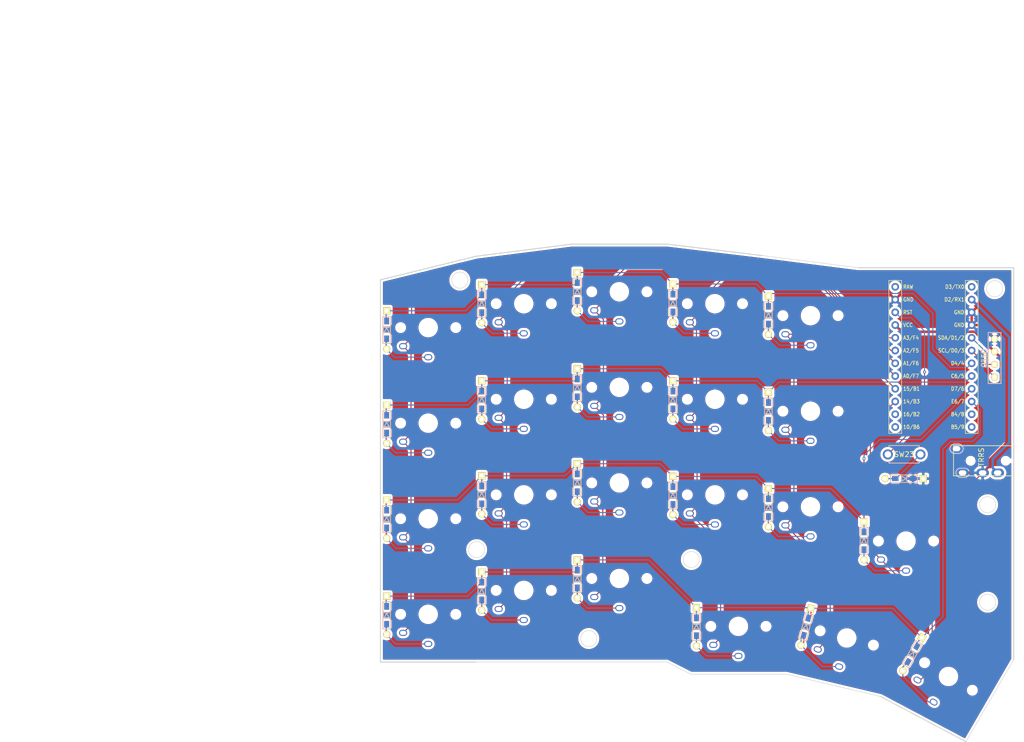
<source format=kicad_pcb>
(kicad_pcb (version 20221018) (generator pcbnew)
  (layers (0 "F.Cu" signal) (31 "B.Cu" signal) (34 "B.Paste" user) (35 "F.Paste" user) (36 "B.SilkS" user "B.Silkscreen") (37 "F.SilkS" user "F.Silkscreen") (38 "B.Mask" user) (39 "F.Mask" user) (44 "Edge.Cuts" user))
  (net 0 "")
  (net 1 "row0")
  (net 2 "Net-(D1-A)")
  (net 3 "Net-(D2-A)")
  (net 4 "Net-(D3-A)")
  (net 5 "Net-(D4-A)")
  (net 6 "Net-(D5-A)")
  (net 7 "row1")
  (net 8 "Net-(D6-A)")
  (net 9 "Net-(D7-A)")
  (net 10 "Net-(D8-A)")
  (net 11 "Net-(D9-A)")
  (net 12 "Net-(D10-A)")
  (net 13 "row2")
  (net 14 "Net-(D11-A)")
  (net 15 "Net-(D12-A)")
  (net 16 "Net-(D13-A)")
  (net 17 "Net-(D14-A)")
  (net 18 "Net-(D15-A)")
  (net 19 "Net-(D16-A)")
  (net 20 "row3")
  (net 21 "Net-(D17-A)")
  (net 22 "Net-(D18-A)")
  (net 23 "Net-(D19-A)")
  (net 24 "Net-(D20-A)")
  (net 25 "Net-(D21-A)")
  (net 26 "Net-(D22-A)")
  (net 27 "GND")
  (net 28 "Net-(D23-A)")
  (net 29 "VCC")
  (net 31 "data")
  (net 32 "sda")
  (net 33 "scl")
  (net 34 "col0")
  (net 35 "col1")
  (net 36 "col2")
  (net 37 "col3")
  (net 38 "col4")
  (net 39 "col5")
  (net 40 "reset")
  (footprint "kbd:D3_TH_SMD" (layer "F.Cu") (at 96.012 60.445 -90)
    (fp_text reference "D2" hide)
    (fp_text value "D" hide)
  )
  (footprint "BrownSugar_KBD:Kailh_Choc_V1" (layer "F.Cu") (at 180.594 107.746412)
    (fp_text reference "SW16")
    (fp_text value "SW_PUSH")
  )
  (footprint "kbd:D3_TH_SMD" (layer "F.Cu") (at 138.811 124.834 -90)
    (fp_text reference "D20" hide)
    (fp_text value "D" hide)
  )
  (footprint "kbd:D3_TH_SMD" (layer "F.Cu") (at 115.062 96.132 -90)
    (fp_text reference "D13" hide)
    (fp_text value "D" hide)
  )
  (footprint "BrownSugar_KBD:Kailh_Choc_V1" (layer "F.Cu") (at 123.444 115.209412)
    (fp_text reference "SW19")
    (fp_text value "SW_PUSH")
  )
  (footprint "kbd:D3_TH_SMD" (layer "F.Cu") (at 134.112 79.622 -90)
    (fp_text reference "D9" hide)
    (fp_text value "D" hide)
  )
  (footprint "BrownSugar_KBD:Kailh_Choc_V1" (layer "F.Cu") (at 161.544 81.870412)
    (fp_text reference "SW10")
    (fp_text value "SW_PUSH")
  )
  (footprint "kbd:D3_TH_SMD" (layer "F.Cu") (at 153.162 81.908 -90)
    (fp_text reference "D10" hide)
    (fp_text value "D" hide)
  )
  (footprint "kbd:D3_TH_SMD" (layer "F.Cu") (at 77.062 103.371 -90)
    (fp_text reference "D11" hide)
    (fp_text value "D" hide)
  )
  (footprint "kbd:D3_TH_SMD" (layer "F.Cu") (at 172.212 107.689 -90)
    (fp_text reference "D16" hide)
    (fp_text value "D" hide)
  )
  (footprint "kbd:D3_TH_SMD" (layer "F.Cu") (at 153.162 101.085 -90)
    (fp_text reference "D15" hide)
    (fp_text value "D" hide)
  )
  (footprint "BrownSugar_KBD:Kailh_Choc_V1" (layer "F.Cu") (at 104.394 98.538412)
    (fp_text reference "SW12")
    (fp_text value "SW_PUSH")
  )
  (footprint "kbd:D3_TH_SMD" (layer "F.Cu") (at 77.062 65.652 -90)
    (fp_text reference "D1" hide)
    (fp_text value "D" hide)
  )
  (footprint "BrownSugar_KBD:Kailh_Choc_V1" (layer "F.Cu") (at 142.494 60.438412)
    (fp_text reference "SW4")
    (fp_text value "SW_PUSH")
  )
  (footprint "BrownSugar_KBD:Kailh_Choc_V1" (layer "F.Cu") (at 85.344 122.351412)
    (fp_text reference "SW17")
    (fp_text value "SW_PUSH")
  )
  (footprint "BrownSugar_KBD:Kailh_Choc_V1" (layer "F.Cu") (at 189.045608 134.74002 -30)
    (fp_text reference "SW22")
    (fp_text value "SW_PUSH")
  )
  (footprint "kbd:D3_TH_SMD" (layer "F.Cu") (at 96.012 79.622 -90)
    (fp_text reference "D7" hide)
    (fp_text value "D" hide)
  )
  (footprint "BrownSugar_KBD:Kailh_Choc_V1" (layer "F.Cu") (at 161.544 62.820412)
    (fp_text reference "SW5")
    (fp_text value "SW_PUSH")
  )
  (footprint "BrownSugar_KBD:Kailh_Choc_V1" (layer "F.Cu") (at 104.394 79.488412)
    (fp_text reference "SW7")
    (fp_text value "SW_PUSH")
  )
  (footprint "kbd:D3_TH_SMD" (layer "F.Cu") (at 115.062 58.032 -90)
    (fp_text reference "D3" hide)
    (fp_text value "D" hide)
  )
  (footprint "BrownSugar_KBD:ProMicro_r" (layer "F.Cu") (at 186.055 69.773412)
    (fp_text reference "U1" hide)
    (fp_text value "ProMicro" hide)
  )
  (footprint "kbd:D3_TH_SMD" (layer "F.Cu") (at 160.655 124.834 -105)
    (fp_text reference "D21" hide)
    (fp_text value "D" hide)
  )
  (footprint "kbd:D3_TH_SMD" (layer "F.Cu") (at 134.112 98.672 -90)
    (fp_text reference "D14" hide)
    (fp_text value "D" hide)
  )
  (footprint "BrownSugar_KBD:Kailh_Choc_V1" (layer "F.Cu") (at 104.394 60.438412)
    (fp_text reference "SW2")
    (fp_text value "SW_PUSH")
  )
  (footprint "BrownSugar_KBD:Kailh_Choc_V1" (layer "F.Cu") (at 104.394 117.588412)
    (fp_text reference "SW18")
    (fp_text value "SW_PUSH")
  )
  (footprint "BrownSugar_KBD:Kailh_Choc_V1" (layer "F.Cu") (at 142.494 79.488412)
    (fp_text reference "SW9")
    (fp_text value "SW_PUSH")
  )
  (footprint "BrownSugar_KBD:Kailh_Choc_V1" (layer "F.Cu") (at 123.444 96.159412)
    (fp_text reference "SW13")
    (fp_text value "SW_PUSH")
  )
  (footprint "kbd:D3_TH_SMD" (layer "F.Cu") (at 96.012 117.722 -90)
    (fp_text reference "D18" hide)
    (fp_text value "D" hide)
  )
  (footprint "kbd:D3_TH_SMD" (layer "F.Cu") (at 77.062 122.548 -90)
    (fp_text reference "D17" hide)
    (fp_text value "D" hide)
  )
  (footprint "BrownSugar_KBD:Kailh_Choc_V1" (layer "F.Cu") (at 85.344 65.201412)
    (fp_text reference "SW1")
    (fp_text value "SW_PUSH")
  )
  (footprint "kbd:D3_TH_SMD" (layer "F.Cu") (at 115.062 115.309 -90)
    (fp_text reference "D19" hide)
    (fp_text value "D" hide)
  )
  (footprint "kbd:D3_TH_SMD" (layer "F.Cu") (at 181.863166 130.295835 -120)
    (fp_text reference "D22" hide)
    (fp_text value "D" hide)
  )
  (footprint "BrownSugar_KBD:Kailh_Choc_V1" (layer "F.Cu") (at 161.544 100.920412)
    (fp_text reference "SW15")
    (fp_text value "SW_PUSH")
  )
  (footprint "kbd:D3_TH_SMD" (layer "F.Cu") (at 115.062 77.209 -90)
    (fp_text reference "D8" hide)
    (fp_text value "D" hide)
  )
  (footprint "kbd:OLED" (layer "F.Cu") (at 198.247 75.074412 90)
    (fp_text reference "OL1")
    (fp_text value "OLED" hide)
  )
  (footprint "BrownSugar_KBD:TRRS_PJ-320A" (layer "F.Cu") (at 202.057 91.744412 -90)
    (fp_text reference "J1")
    (fp_text value "MJ-4PP-9" hide)
  )
  (footprint "kbd:D3_TH_SMD" (layer "F.Cu") (at 96.012 98.545 -90)
    (fp_text reference "D12" hide)
    (fp_text value "D" hide)
  )
  (footprint "kbd:D3_TH_SMD" (layer "F.Cu") (at 134.112 60.318 -90)
    (fp_text reference "D4" hide)
    (fp_text value "D" hide)
  )
  (footprint "kbd:D3_TH_SMD" (layer "F.Cu") (at 180.216 95.300412 180)
    (fp_text reference "D23" hide)
    (fp_text value "D" hide)
  )
  (footprint "BrownSugar_KBD:Kailh_Choc_V1" (layer "F.Cu") (at 123.444 77.109412)
    (fp_text reference "SW8")
    (fp_text value "SW_PUSH")
  )
  (footprint "BrownSugar_KBD:Kailh_Choc_V1" (layer "F.Cu") (at 123.444 58.059412)
    (fp_text reference "SW3")
    (fp_text value "SW_PUSH")
  )
  (footprint "BrownSugar_KBD:Kailh_Choc_V1" (layer "F.Cu") (at 85.344 84.251412)
    (fp_text reference "SW6")
    (fp_text value "SW_PUSH")
  )
  (footprint "BrownSugar_KBD:Kailh_Choc_V1" (layer "F.Cu") (at 168.778808 127.068717 -15)
    (fp_text reference "SW21")
    (fp_text value "SW_PUSH")
  )
  (footprint "BrownSugar_KBD:Kailh_Choc_V1" (layer "F.Cu") (at 142.494 98.538412)
    (fp_text reference "SW14")
    (fp_text value "SW_PUSH")
  )
  (footprint "BrownSugar_KBD:Kailh_Choc_V1" (layer "F.Cu") (at 147.178 124.749412)
    (fp_text reference "SW20")
    (fp_text value "SW_PUSH")
  )
  (footprint "kbd:D3_TH_SMD" (layer "F.Cu") (at 77.062 84.448 -90)
    (fp_text reference "D6" hide)
    (fp_text value "D" hide)
  )
  (footprint "BrownSugar_KBD:SW_PUSH_6x3mm" (layer "F.Cu") (at 180.213 90.474412 180)
    (fp_text reference "SW23")
    (fp_text value "SW_PUSH")
  )
  (footprint "kbd:D3_TH_SMD" (layer "F.Cu") (at 153.162 62.731 -90)
    (fp_text reference "D5" hide)
    (fp_text value "D" hide)
  )
  (footprint "BrownSugar_KBD:Kailh_Choc_V1" (layer "F.Cu") (at 85.344 103.301412)
    (fp_text reference "SW11")
    (fp_text value "SW_PUSH")
  )
  (gr_line (start 94.869 131.876412) (end 132.969 131.876412) (stroke (width 0.1)) (layer "Edge.Cuts"))
  (gr_line (start 156.718 134.289412) (end 137.668 134.289412) (stroke (width 0.1)) (layer "Edge.Cuts"))
  (gr_line (start 132.969 48.564412) (end 152.019 50.850412) (stroke (width 0.2)) (layer "Edge.Cuts"))
  (gr_line (start 113.919 48.564412) (end 132.969 48.564412) (stroke (width 0.2)) (layer "Edge.Cuts"))
  (gr_circle (center 196.85 119.938412) (end 198.374 119.430412) (stroke (width 0.1)) (fill none) (layer "Edge.Cuts"))
  (gr_line (start 152.019 50.850412) (end 171.069 53.263412) (stroke (width 0.1)) (layer "Edge.Cuts"))
  (gr_circle (center 196.85 100.507412) (end 198.374 99.999412) (stroke (width 0.1)) (fill none) (layer "Edge.Cuts"))
  (gr_line (start 202.057 53.263412) (end 202.057 131.368412) (stroke (width 0.2)) (layer "Edge.Cuts"))
  (gr_line (start 132.969 131.876412) (end 137.668 134.289412) (stroke (width 0.1)) (layer "Edge.Cuts"))
  (gr_line (start 175.514 138.734412) (end 156.718 134.289412) (stroke (width 0.1)) (layer "Edge.Cuts"))
  (gr_line (start 202.057 131.368412) (end 192.532 147.751412) (stroke (width 0.1)) (layer "Edge.Cuts"))
  (gr_line (start 171.069 53.263412) (end 202.057 53.263412) (stroke (width 0.2)) (layer "Edge.Cuts"))
  (gr_line (start 94.869 131.876412) (end 75.819 131.876412) (stroke (width 0.2)) (layer "Edge.Cuts"))
  (gr_circle (center 91.649437 55.746) (end 93.173437 55.238) (stroke (width 0.1)) (fill none) (layer "Edge.Cuts"))
  (gr_line (start 75.819 131.876412) (end 75.819 55.676412) (stroke (width 0.2)) (layer "Edge.Cuts"))
  (gr_circle (center 94.996 109.467) (end 96.52 108.959) (stroke (width 0.1)) (fill none) (layer "Edge.Cuts"))
  (gr_line (start 94.869 50.977412) (end 113.919 48.564412) (stroke (width 0.2)) (layer "Edge.Cuts"))
  (gr_line (start 192.532 147.751412) (end 175.514 138.734412) (stroke (width 0.2)) (layer "Edge.Cuts"))
  (gr_circle (center 117.348 127.177412) (end 118.872 126.669412) (stroke (width 0.1)) (fill none) (layer "Edge.Cuts"))
  (gr_circle (center 137.795 111.429412) (end 139.319 110.921412) (stroke (width 0.1)) (fill none) (layer "Edge.Cuts"))
  (gr_circle (center 198.247 57.454412) (end 199.771 56.946412) (stroke (width 0.1)) (fill none) (layer "Edge.Cuts"))
  (gr_line (start 75.819 55.676412) (end 94.869 50.977412) (stroke (width 0.2)) (layer "Edge.Cuts"))
  (segment (start 96.012 58.67) (end 96.012 56.635) (width 0.2) (layer "F.Cu") (net 1))
  (segment (start 76.962 61.842) (end 76.962 63.877) (width 0.2) (layer "F.Cu") (net 1))
  (segment (start 134.112 58.543) (end 134.112 56.508) (width 0.2) (layer "F.Cu") (net 1))
  (segment (start 153.162 58.921) (end 153.162 60.956) (width 0.2) (layer "F.Cu") (net 1))
  (segment (start 115.062 54.222) (end 115.062 56.257) (width 0.2) (layer "F.Cu") (net 1))
  (segment (start 181.991 58.413) (end 153.67 58.413) (width 0.2) (layer "B.Cu") (net 1))
  (segment (start 185.928 62.35) (end 181.991 58.413) (width 0.2) (layer "B.Cu") (net 1))
  (segment (start 153.162 60.956) (end 153.162 58.921) (width 0.2) (layer "B.Cu") (net 1))
  (segment (start 92.84 61.842) (end 96.012 58.67) (width 0.2) (layer "B.Cu") (net 1))
  (segment (start 189.484 73.145) (end 185.928 69.589) (width 0.2) (layer "B.Cu") (net 1))
  (segment (start 192.843412 73.145) (end 189.484 73.145) (width 0.2) (layer "B.Cu") (net 1))
  (segment (start 131.826 54.222) (end 134.112 56.508) (width 0.2) (layer "B.Cu") (net 1))
  (segment (start 96.012 56.678798) (end 96.029519 56.64376) (width 0.2) (layer "B.Cu") (net 1))
  (segment (start 96.012 56.635) (end 114.684 56.635) (width 0.2) (layer "B.Cu") (net 1))
  (segment (start 193.675 72.313412) (end 192.843412 73.145) (width 0.2) (layer "B.Cu") (net 1))
  (segment (start 76.962 61.842) (end 92.84 61.842) (width 0.2) (layer "B.Cu") (net 1))
  (segment (start 134.112 56.508) (end 150.749 56.508) (width 0.2) (layer "B.Cu") (net 1))
  (segment (start 76.962 63.877) (end 76.962 61.842) (width 0.2) (layer "B.Cu") (net 1))
  (segment (start 114.684 56.635) (end 115.062 56.257) (width 0.2) (layer "B.Cu") (net 1))
  (segment (start 153.67 58.413) (end 153.162 58.921) (width 0.2) (layer "B.Cu") (net 1))
  (segment (start 150.749 56.508) (end 153.162 58.921) (width 0.2) (layer "B.Cu") (net 1))
  (segment (start 185.928 69.589) (end 185.928 62.35) (width 0.2) (layer "B.Cu") (net 1))
  (segment (start 134.112 58.543) (end 134.112 56.508) (width 0.2) (layer "B.Cu") (net 1))
  (segment (start 115.062 56.257) (end 115.062 54.222) (width 0.2) (layer "B.Cu") (net 1))
  (segment (start 96.012 58.67) (end 96.012 56.678798) (width 0.2) (layer "B.Cu") (net 1))
  (segment (start 115.062 54.222) (end 131.826 54.222) (width 0.2) (layer "B.Cu") (net 1))
  (segment (start 76.962 67.427) (end 76.962 69.462) (width 0.2) (layer "F.Cu") (net 2))
  (segment (start 78.601412 71.101412) (end 85.344 71.101412) (width 0.2) (layer "B.Cu") (net 2))
  (segment (start 76.962 67.427) (end 76.962 69.462) (width 0.2) (layer "B.Cu") (net 2))
  (segment (start 76.962 69.462) (end 78.601412 71.101412) (width 0.2) (layer "B.Cu") (net 2))
  (segment (start 96.012 64.255) (end 96.012 62.22) (width 0.2) (layer "F.Cu") (net 3))
  (segment (start 98.095412 66.338412) (end 104.394 66.338412) (width 0.2) (layer "B.Cu") (net 3))
  (segment (start 96.012 64.255) (end 96.012 62.22) (width 0.2) (layer "B.Cu") (net 3))
  (segment (start 96.012 64.255) (end 98.095412 66.338412) (width 0.2) (layer "B.Cu") (net 3))
  (segment (start 115.062 59.807) (end 115.062 61.842) (width 0.2) (layer "F.Cu") (net 4))
  (segment (start 117.179412 63.959412) (end 123.444 63.959412) (width 0.2) (layer "B.Cu") (net 4))
  (segment (start 115.062 59.807) (end 115.062 61.842) (width 0.2) (layer "B.Cu") (net 4))
  (segment (start 115.062 61.842) (end 117.179412 63.959412) (width 0.2) (layer "B.Cu") (net 4))
  (segment (start 134.112 64.128) (end 134.112 62.093) (width 0.2) (layer "F.Cu") (net 5))
  (segment (start 134.112 64.128) (end 136.322412 66.338412) (width 0.2) (layer "B.Cu") (net 5))
  (segment (start 136.322412 66.338412) (end 142.494 66.338412) (width 0.2) (layer "B.Cu") (net 5))
  (segment (start 134.112 62.093) (end 134.112 64.128) (width 0.2) (layer "B.Cu") (net 5))
  (segment (start 153.162 64.506) (end 153.162 66.541) (width 0.2) (layer "F.Cu") (net 6))
  (segment (start 153.162 66.541) (end 155.341412 68.720412) (width 0.2) (layer "B.Cu") (net 6))
  (segment (start 155.341412 68.720412) (end 161.544 68.720412) (width 0.2) (layer "B.Cu") (net 6))
  (segment (start 153.162 64.506) (end 153.162 66.541) (width 0.2) (layer "B.Cu") (net 6))
  (segment (start 76.962 80.638) (end 76.962 82.673) (width 0.2) (layer "F.Cu") (net 7))
  (segment (start 96.012 77.847) (end 96.012 75.812) (width 0.2) (layer "F.Cu") (net 7))
  (segment (start 134.112 77.847) (end 134.112 75.812) (width 0.2) (layer "F.Cu") (net 7))
  (segment (start 115.062 73.399) (end 115.062 75.434) (width 0.2) (layer "F.Cu") (net 7))
  (segment (start 153.162 78.098) (end 153.162 80.133) (width 0.2) (layer "F.Cu") (net 7))
  (segment (start 134.112 75.812) (end 150.876 75.812) (width 0.2) (layer "B.Cu") (net 7))
  (segment (start 115.062 75.434) (end 115.062 73.399) (width 0.2) (layer "B.Cu") (net 7))
  (segment (start 192.462412 76.066) (end 155.194 76.066) (width 0.2) (layer "B.Cu") (net 7))
  (segment (start 134.112 75.812) (end 134.112 77.847) (width 0.2) (layer "B.Cu") (net 7))
  (segment (start 96.012 75.812) (end 114.684 75.812) (width 0.2) (layer "B.Cu") (net 7))
  (segment (start 155.194 76.066) (end 153.162 78.098) (width 0.2) (layer "B.Cu") (net 7))
  (segment (start 76.962 82.673) (end 76.962 80.638) (width 0.2) (layer "B.Cu") (net 7))
  (segment (start 115.062 73.399) (end 131.699 73.399) (width 0.2) (layer "B.Cu") (net 7))
  (segment (start 96.012 77.847) (end 96.012 75.812) (width 0.2) (layer "B.Cu") (net 7))
  (segment (start 114.684 75.812) (end 115.062 75.434) (width 0.2) (layer "B.Cu") (net 7))
  (segment (start 153.162 78.098) (end 153.162 80.133) (width 0.2) (layer "B.Cu") (net 7))
  (segment (start 93.221 80.638) (end 96.012 77.847) (width 0.2) (layer "B.Cu") (net 7))
  (segment (start 76.962 80.638) (end 93.221 80.638) (width 0.2) (layer "B.Cu") (net 7))
  (segment (start 193.675 74.853412) (end 192.462412 76.066) (width 0.2) (layer "B.Cu") (net 7))
  (segment (start 131.699 73.399) (end 134.112 75.812) (width 0.2) (layer "B.Cu") (net 7))
  (segment (start 150.876 75.812) (end 153.162 78.098) (width 0.2) (layer "B.Cu") (net 7))
  (segment (start 76.962 86.223) (end 76.962 88.258) (width 0.2) (layer "F.Cu") (net 8))
  (segment (start 78.855412 90.151412) (end 85.344 90.151412) (width 0.2) (layer "B.Cu") (net 8))
  (segment (start 76.962 88.258) (end 78.855412 90.151412) (width 0.2) (layer "B.Cu") (net 8))
  (segment (start 76.962 86.223) (end 76.962 88.258) (width 0.2) (layer "B.Cu") (net 8))
  (segment (start 96.012 83.432) (end 96.012 81.397) (width 0.2) (layer "F.Cu") (net 9))
  (segment (start 97.968412 85.388412) (end 104.394 85.388412) (width 0.2) (layer "B.Cu") (net 9))
  (segment (start 96.012 81.397) (end 96.012 83.432) (width 0.2) (layer "B.Cu") (net 9))
  (segment (start 96.012 83.432) (end 97.968412 85.388412) (width 0.2) (layer "B.Cu") (net 9))
  (segment (start 115.062 78.984) (end 115.062 81.019) (width 0.2) (layer "F.Cu") (net 10))
  (segment (start 117.052412 83.009412) (end 123.444 83.009412) (width 0.2) (layer "B.Cu") (net 10))
  (segment (start 115.062 81.019) (end 117.052412 83.009412) (width 0.2) (layer "B.Cu") (net 10))
  (segment (start 115.062 78.984) (end 115.062 81.019) (width 0.2) (layer "B.Cu") (net 10))
  (segment (start 134.112 83.432) (end 134.112 81.397) (width 0.2) (layer "F.Cu") (net 11))
  (segment (start 134.112 83.432) (end 136.068412 85.388412) (width 0.2) (layer "B.Cu") (net 11))
  (segment (start 134.112 81.397) (end 134.112 83.432) (width 0.2) (layer "B.Cu") (net 11))
  (segment (start 136.068412 85.388412) (end 142.494 85.388412) (width 0.2) (layer "B.Cu") (net 11))
  (segment (start 153.162 83.683) (end 153.162 85.718) (width 0.2) (layer "F.Cu") (net 12))
  (segment (start 155.214412 87.770412) (end 161.544 87.770412) (width 0.2) (layer "B.Cu") (net 12))
  (segment (start 153.162 83.683) (end 153.162 85.718) (width 0.2) (layer "B.Cu") (net 12))
  (segment (start 153.162 85.718) (end 155.214412 87.770412) (width 0.2) (layer "B.Cu") (net 12))
  (segment (start 115.062 92.322) (end 115.062 94.357) (width 0.2) (layer "F.Cu") (net 13))
  (segment (start 96.012 96.77) (end 96.012 94.735) (width 0.2) (layer "F.Cu") (net 13))
  (segment (start 172.212 105.914) (end 172.212 103.879) (width 0.2) (layer "F.Cu") (net 13))
  (segment (start 134.112 96.897) (end 134.112 94.862) (width 0.2) (layer "F.Cu") (net 13))
  (segment (start 153.162 97.275) (end 153.162 99.31) (width 0.2) (layer "F.Cu") (net 13))
  (segment (start 172.212 91.306) (end 172.212 103.879) (width 0.2) (layer "F.Cu") (net 13))
  (segment (start 76.962 99.561) (end 76.962 101.596) (width 0.2) (layer "F.Cu") (net 13))
  (via (at 172.212 91.306) (size 0.6) (drill 0.3) (layers "F.Cu" "B.Cu") (net 13))
  (segment (start 193.675 77.393412) (end 183.572412 87.496) (width 0.2) (layer "B.Cu") (net 13))
  (segment (start 134.112 96.897) (end 134.112 94.862) (width 0.2) (layer "B.Cu") (net 13))
  (segment (start 172.212 90.671) (end 172.212 91.306) (width 0.2) (layer "B.Cu") (net 13))
  (segment (start 76.962 101.596) (end 76.962 99.561) (width 0.2) (layer "B.Cu") (net 13))
  (segment (start 96.012 94.735) (end 112.649 94.735) (width 0.2) (layer "B.Cu") (net 13))
  (segment (start 165.608 97.275) (end 172.212 103.879) (width 0.2) (layer "B.Cu") (net 13))
  (segment (start 91.186 99.561) (end 96.012 94.735) (width 0.2) (layer "B.Cu") (net 13))
  (segment (start 153.162 97.275) (end 165.608 97.275) (width 0.2) (layer "B.Cu") (net 13))
  (segment (start 134.112 94.862) (end 150.749 94.862) (width 0.2) (layer "B.Cu") (net 13))
  (segment (start 112.649 94.735) (end 115.062 92.322) (width 0.2) (layer "B.Cu") (net 13))
  (segment (start 172.212 105.914) (end 172.212 103.879) (width 0.2) (layer "B.Cu") (net 13))
  (segment (start 131.572 92.322) (end 134.112 94.862) (width 0.2) (layer "B.Cu") (net 13))
  (segment (start 153.162 99.31) (end 153.162 97.275) (width 0.2) (layer "B.Cu") (net 13))
  (segment (start 96.012 96.77) (end 96.012 94.735) (width 0.2) (layer "B.Cu") (net 13))
  (segment (start 115.062 92.322) (end 131.572 92.322) (width 0.2) (layer "B.Cu") (net 13))
  (segment (start 175.387 87.496) (end 172.212 90.671) (width 0.2) (layer "B.Cu") (net 13))
  (segment (start 150.749 94.862) (end 153.162 97.275) (width 0.2) (layer "B.Cu") (net 13))
  (segment (start 76.962 99.561) (end 91.186 99.561) (width 0.2) (layer "B.Cu") (net 13))
  (segment (start 115.062 94.357) (end 115.062 92.322) (width 0.2) (layer "B.Cu") (net 13))
  (segment (start 183.572412 87.496) (end 175.387 87.496) (width 0.2) (layer "B.Cu") (net 13))
  (segment (start 76.962 105.146) (end 76.962 107.181) (width 0.2) (layer "F.Cu") (net 14))
  (segment (start 78.982412 109.201412) (end 85.344 109.201412) (width 0.2) (layer "B.Cu") (net 14))
  (segment (start 77.062 105.146) (end 77.062 107.181) (width 0.2) (layer "B.Cu") (net 14))
  (segment (start 76.962 107.181) (end 78.982412 109.201412) (width 0.2) (layer "B.Cu") (net 14))
  (segment (start 96.012 102.355) (end 96.012 100.32) (width 0.2) (layer "F.Cu") (net 15))
  (segment (start 96.012 102.355) (end 98.095412 104.438412) (width 0.2) (layer "B.Cu") (net 15))
  (segment (start 96.012 100.32) (end 96.012 102.355) (width 0.2) (layer "B.Cu") (net 15))
  (segment (start 98.095412 104.438412) (end 104.394 104.438412) (width 0.2) (layer "B.Cu") (net 15))
  (segment (start 115.062 97.907) (end 115.062 99.942) (width 0.2) (layer "F.Cu") (net 16))
  (segment (start 117.179412 102.059412) (end 123.444 102.059412) (width 0.2) (layer "B.Cu") (net 16))
  (segment (start 115.062 99.942) (end 117.179412 102.059412) (width 0.2) (layer "B.Cu") (net 16))
  (segment (start 115.062 97.907) (end 115.062 99.942) (width 0.2) (layer "B.Cu") (net 16))
  (segment (start 134.112 102.482) (end 134.112 100.447) (width 0.2) (layer "F.Cu") (net 17))
  (segment (start 134.112 100.447) (end 134.112 102.482) (width 0.2) (layer "B.Cu") (net 17))
  (segment (start 134.112 102.482) (end 136.068412 104.438412) (width 0.2) (layer "B.Cu") (net 17))
  (segment (start 136.068412 104.438412) (end 142.494 104.438412) (width 0.2) (layer "B.Cu") (net 17))
  (segment (start 134.112 102.482) (end 134.112 102.228) (width 0.2) (layer "B.Cu") (net 17))
  (segment (start 153.162 102.86) (end 153.162 104.895) (width 0.2) (layer "F.Cu") (net 18))
  (segment (start 155.087412 106.820412) (end 161.544 106.820412) (width 0.2) (layer "B.Cu") (net 18))
  (segment (start 153.162 102.86) (end 153.162 104.895) (width 0.2) (layer "B.Cu") (net 18))
  (segment (start 153.162 104.895) (end 155.087412 106.820412) (width 0.2) (layer "B.Cu") (net 18))
  (segment (start 172.212 109.464) (end 172.212 111.499) (width 0.2) (layer "F.Cu") (net 19))
  (segment (start 172.212 111.499) (end 174.359412 113.646412) (width 0.2) (layer "B.Cu") (net 19))
  (segment (start 172.212 109.464) (end 172.212 111.499) (width 0.2) (layer "B.Cu") (net 19))
  (segment (start 174.359412 113.646412) (end 180.594 113.646412) (width 0.2) (layer "B.Cu") (net 19))
  (segment (start 182.750666 128.013778) (end 182.750666 128.75864) (width 0.2) (layer "F.Cu") (net 20))
  (segment (start 161.641101 122.592785) (end 161.114404 123.119482) (width 0.2) (layer "F.Cu") (net 20))
  (segment (start 161.641101 121.153823) (end 161.641101 122.592785) (width 0.2) (layer "F.Cu") (net 20))
  (segment (start 138.811 121.024) (end 138.811 123.059) (width 0.2) (layer "F.Cu") (net 20))
  (segment (start 183.768166 126.996278) (end 182.750666 128.013778) (width 0.2) (layer "F.Cu") (net 20))
  (segment (start 76.962 118.738) (end 76.962 120.773) (width 0.2) (layer "F.Cu") (net 20))
  (segment (start 96.012 115.947) (end 96.012 113.912) (width 0.2) (layer "F.Cu") (net 20))
  (segment (start 115.062 111.499) (end 115.062 113.534) (width 0.2) (layer "F.Cu") (net 20))
  (segment (start 138.811 123.059) (end 138.811 121.024) (width 0.2) (layer "B.Cu") (net 20))
  (segment (start 115.062 111.499) (end 129.286 111.499) (width 0.2) (layer "B.Cu") (net 20))
  (segment (start 182.750666 128.013778) (end 182.750666 128.75864) (width 0.2) (layer "B.Cu") (net 20))
  (segment (start 96.183776 114.379622) (end 96.346911 114.151463) (width 0.2) (layer "B.Cu") (net 20))
  (segment (start 161.641101 121.153823) (end 177.925711 121.153823) (width 0.2) (layer "B.Cu") (net 20))
  (segment (start 187.96 89.401) (end 187.96 122.804444) (width 0.2) (layer "B.Cu") (net 20))
  (segment (start 76.962 120.773) (end 76.962 118.738) (width 0.2) (layer "B.Cu") (net 20))
  (segment (start 96.012 114.554025) (end 96.183776 114.379622) (width 0.2) (layer "B.Cu") (net 20))
  (segment (start 114.684 113.912) (end 115.062 113.534) (width 0.2) (layer "B.Cu") (net 20))
  (segment (start 193.675 79.933412) (end 195.326 81.584412) (width 0.2) (layer "B.Cu") (net 20))
  (segment (start 193.929 87.877) (end 189.484 87.877) (width 0.2) (layer "B.Cu") (net 20))
  (segment (start 195.326 81.584412) (end 195.326 86.48) (width 0.2) (layer "B.Cu") (net 20))
  (segment (start 177.925711 121.153823) (end 183.768166 126.996278) (width 0.2) (layer "B.Cu") (net 20))
  (segment (start 115.062 113.534) (end 115.062 111.499) (width 0.2) (layer "B.Cu") (net 20))
  (segment (start 183.768166 126.996278) (end 182.750666 128.013778) (width 0.2) (layer "B.Cu") (net 20))
  (segment (start 96.012 115.947) (end 96.012 114.554025) (width 0.2) (layer "B.Cu") (net 20))
  (segment (start 96.012 113.912) (end 114.684 113.912) (width 0.2) (layer "B.Cu") (net 20))
  (segment (start 189.484 87.877) (end 187.96 89.401) (width 0.2) (layer "B.Cu") (net 20))
  (segment (start 161.511278 121.024) (end 161.641101 121.153823) (width 0.2) (layer "B.Cu") (net 20))
  (segment (start 161.114404 123.119482) (end 161.114404 121.68052) (width 0.2) (layer "B.Cu") (net 20))
  (segment (start 129.286 111.499) (end 138.811 121.024) (width 0.2) (layer "B.Cu") (net 20))
  (segment (start 138.811 121.024) (end 161.511278 121.024) (width 0.2) (layer "B.Cu") (net 20))
  (segment (start 161.114404 121.68052) (end 161.641101 121.153823) (width 0.2) (layer "B.Cu") (net 20))
  (segment (start 93.221 118.738) (end 96.012 115.947) (width 0.2) (layer "B.Cu") (net 20))
  (segment (start 195.326 86.48) (end 193.929 87.877) (width 0.2) (layer "B.Cu") (net 20))
  (segment (start 76.962 118.738) (end 93.221 118.738) (width 0.2) (layer "B.Cu") (net 20))
  (segment (start 187.96 122.804444) (end 183.768166 126.996278) (width 0.2) (layer "B.Cu") (net 20))
  (segment (start 76.962 124.323) (end 76.962 126.358) (width 0.2) (layer "F.Cu") (net 21))
  (segment (start 76.962 124.323) (end 76.962 126.358) (width 0.2) (layer "B.Cu") (net 21))
  (segment (start 76.962 126.358) (end 78.855412 128.251412) (width 0.2) (layer "B.Cu") (net 21))
  (segment (start 78.855412 128.251412) (end 85.344 128.251412) (width 0.2) (layer "B.Cu") (net 21))
  (segment (start 96.012 121.532) (end 96.012 119.497) (width 0.2) (layer "F.Cu") (net 22))
  (segment (start 96.012 121.532) (end 96.012 119.497) (width 0.2) (layer "B.Cu") (net 22))
  (segment (start 96.012 121.532) (end 97.968412 123.488412) (width 0.2) (layer "B.Cu") (net 22))
  (segment (start 97.968412 123.488412) (end 104.394 123.488412) (width 0.2) (layer "B.Cu") (net 22))
  (segment (start 115.062 117.084) (end 115.062 119.119) (width 0.2) (layer "F.Cu") (net 23))
  (segment (start 117.052412 121.109412) (end 123.444 121.109412) (width 0.2) (layer "B.Cu") (net 23))
  (segment (start 115.062 119.119) (end 115.062 117.084) (width 0.2) (layer "B.Cu") (net 23))
  (segment (start 115.062 119.119) (end 117.052412 121.109412) (width 0.2) (layer "B.Cu") (net 23))
  (segment (start 138.811 126.609) (end 138.811 128.644) (width 0.2) (layer "F.Cu") (net 24))
  (segment (start 138.811 128.644) (end 140.816412 130.649412) (width 0.2) (layer "B.Cu") (net 24))
  (segment (start 138.811 126.609) (end 138.811 128.644) (width 0.2) (layer "B.Cu") (net 24))
  (segment (start 140.816412 130.649412) (end 147.178 130.649412) (width 0.2) (layer "B.Cu") (net 24))
  (segment (start 160.195596 127.98748) (end 159.668899 128.514177) (width 0.2) (layer "F.Cu") (net 25))
  (segment (start 160.195596 126.548518) (end 160.195596 127.98748) (width 0.2) (layer "F.Cu") (net 25))
  (segment (start 159.668899 127.075215) (end 160.195596 126.548518) (width 0.2) (layer "B.Cu") (net 25))
  (segment (start 163.922401 132.767679) (end 167.251776 132.767679) (width 0.2) (layer "B.Cu") (net 25))
  (segment (start 159.668899 128.514177) (end 163.922401 132.767679) (width 0.2) (layer "B.Cu") (net 25))
  (segment (start 159.668899 128.514177) (end 159.668899 127.075215) (width 0.2) (layer "B.Cu") (net 25))
  (segment (start 179.958166 132.85053) (end 179.958166 133.595392) (width 0.2) (layer "F.Cu") (net 26))
  (segment (start 180.975666 131.83303) (end 179.958166 132.85053) (width 0.2) (layer "F.Cu") (net 26))
  (segment (start 179.958166 132.85053) (end 179.958166 133.595392) (width 0.2) (layer "B.Cu") (net 26))
  (segment (start 179.958166 134.685333) (end 185.122403 139.84957) (width 0.2) (layer "B.Cu") (net 26))
  (segment (start 180.975666 131.83303) (end 179.958166 132.85053) (width 0.2) (layer "B.Cu") (net 26))
  (segment (start 185.122403 139.84957) (end 186.095608 139.84957) (width 0.2) (layer "B.Cu") (net 26))
  (segment (start 179.958166 133.595392) (end 179.958166 134.685333) (width 0.2) (layer "B.Cu") (net 26))
  (segment (start 198.271412 67.454412) (end 198.247 67.454412) (width 0.5) (layer "F.Cu") (net 27))
  (segment (start 184.026 95.300412) (end 184.095588 95.37) (width 0.2) (layer "F.Cu") (net 27))
  (segment (start 184.095588 95.37) (end 194.631412 95.37) (width 0.2) (layer "F.Cu") (net 27))
  (segment (start 201.168 70.351) (end 198.271412 67.454412) (width 0.5) (layer "F.Cu") (net 27))
  (segment (start 179.774588 60.953) (end 178.435 59.613412) (width 0.5) (layer "F.Cu") (net 27))
  (segment (start 192.474588 60.953) (end 179.774588 60.953) (width 0.5) (layer "F.Cu") (net 27))
  (segment (start 181.991 95.300412) (end 184.026 95.300412) (width 0.2) (layer "F.Cu") (net 27))
  (segment (start 195.857 94.144412) (end 201.168 88.833412) (width 0.5) (layer "F.Cu") (net 27))
  (segment (start 193.675 64.693412) (end 193.675 62.153412) (width 0.5) (layer "F.Cu") (net 27))
  (segment (start 195.486 64.693412) (end 193.675 64.693412) (width 0.5) (layer "F.Cu") (net 27))
  (segment (start 198.247 67.454412) (end 195.486 64.693412) (width 0.5) (layer "F.Cu") (net 27))
  (segment (start 193.675 62.153412) (end 192.474588 60.953) (width 0.5) (layer "F.Cu") (net 27))
  (segment (start 194.631412 95.37) (end 195.857 94.144412) (width 0.2) (layer "F.Cu") (net 27))
  (segment (start 201.168 88.833412) (end 201.168 70.351) (width 0.5) (layer "F.Cu") (net 27))
  (segment (start 184.026 95.300412) (end 181.991 95.300412) (width 0.2) (layer "B.Cu") (net 27))
  (segment (start 176.406 95.300412) (end 178.441 95.300412) (width 0.2) (layer "F.Cu") (net 28))
  (segment (start 178.441 95.300412) (end 176.406 95.300412) (width 0.2) (layer "B.Cu") (net 28))
  (segment (start 183.463 90.474412) (end 178.637 95.300412) (width 0.2) (layer "B.Cu") (net 28))
  (segment (start 178.637 95.300412) (end 176.406 95.300412) (width 0.2) (layer "B.Cu") (net 28))
  (segment (start 199.517 87.877) (end 199.517 71.264412) (width 0.5) (layer "F.Cu") (net 29))
  (segment (start 194.274 66.021412) (end 179.763 66.021412) (width 0.5) (layer "F.Cu") (net 29))
  (segment (start 193.249588 94.144412) (end 199.517 87.877) (width 0.5) (layer "F.Cu") (net 29))
  (segment (start 198.247 69.994412) (end 194.274 66.021412) (width 0.5) (layer "F.Cu") (net 29))
  (segment (start 191.857 94.144412) (end 193.249588 94.144412) (width 0.5) (layer "F.Cu") (net 29))
  (segment (start 199.517 71.264412) (end 198.247 69.994412) (width 0.5) (layer "F.Cu") (net 29))
  (segment (start 179.763 66.021412) (end 178.435 64.693412) (width 0.5) (layer "F.Cu") (net 29))
  (segment (start 201.168 88.130999) (end 201.168 67.106412) (width 0.5) (layer "B.Cu") (net 31))
  (segment (start 197.866 93.153412) (end 197.866 91.432999) (width 0.5) (layer "B.Cu") (net 31))
  (segment (start 198.857 94.144412) (end 197.866 93.153412) (width 0.5) (layer "B.Cu") (net 31))
  (segment (start 201.168 67.106412) (end 193.675 59.613412) (width 0.5) (layer "B.Cu") (net 31))
  (segment (start 197.866 91.432999) (end 201.168 88.130999) (width 0.5) (layer "B.Cu") (net 31))
  (segment (start 196.723 73.550412) (end 196.723 70.281412) (width 0.2) (layer "B.Cu") (net 32))
  (segment (start 196.723 70.281412) (end 193.675 67.233412) (width 0.2) (layer "B.Cu") (net 32))
  (segment (start 198.247 75.074412) (end 196.723 73.550412) (width 0.2) (layer "B.Cu") (net 32))
  (segment (start 196.436 72.534412) (end 193.675 69.773412) (width 0.2) (layer "F.Cu") (net 33))
  (segment (start 198.247 72.534412) (end 196.436 72.534412) (width 0.2) (layer "F.Cu") (net 33))
  (segment (start 81.915 124.480412) (end 80.344 126.051412) (width 0.2) (layer "F.Cu") (net 34))
  (segment (start 85.543253 53.895747) (end 82.042 57.397) (width 0.2) (layer "F.Cu") (net 34))
  (segment (start 81.915 108.572412) (end 81.915 124.480412) (width 0.2) (layer "F.Cu") (net 34))
  (segment (start 81.915 105.430412) (end 80.344 107.001412) (width 0.2) (layer "F.Cu") (net 34))
  (segment (start 154.744372 55.816) (end 151.24537 52.317) (width 0.2) (layer "F.Cu") (net 34))
  (segment (start 175.629098 67.233412) (end 164.211683 55.816) (width 0.2) (layer "F.Cu") (net 34))
  (segment (start 81.915 86.380412) (end 80.344 87.951412) (width 0.2) (layer "F.Cu") (net 34))
  (segment (start 164.211683 55.816) (end 154.744372 55.816) (width 0.2) (layer "F.Cu") (net 34))
  (segment (start 178.435 67.233412) (end 175.629098 67.233412) (width 0.2) (layer "F.Cu") (net 34))
  (segment (start 81.915 89.522412) (end 81.915 105.430412) (width 0.2) (layer "F.Cu") (net 34))
  (segment (start 82.042 67.203412) (end 80.344 68.901412) (width 0.2) (layer "F.Cu") (net 34))
  (segment (start 91.943578 52.317) (end 85.543253 53.895747) (width 0.2) (layer "F.Cu") (net 34))
  (segment (start 81.915 70.472412) (end 81.915 86.380412) (width 0.2) (layer "F.Cu") (net 34))
  (segment (start 151.24537 52.317) (end 91.943578 52.317) (width 0.2) (layer "F.Cu") (net 34))
  (segment (start 82.042 57.397) (end 82.042 67.203412) (width 0.2) (layer "F.Cu") (net 34))
  (segment (start 80.344 107.001412) (end 81.915 108.572412) (width 0.2) (layer "F.Cu") (net 34))
  (segment (start 80.344 68.901412) (end 81.915 70.472412) (width 0.2) (layer "F.Cu") (net 34))
  (segment (start 80.344 87.951412) (end 81.915 89.522412) (width 0.2) (layer "F.Cu") (net 34))
  (segment (start 99.394 63.921) (end 99.394 64.138412) (width 0.2) (layer "F.Cu") (net 35))
  (segment (start 100.965 62.35) (end 99.394 63.921) (width 0.2) (layer "F.Cu") (net 35))
  (segment (start 100.965 103.809412) (end 100.965 119.717412) (width 0.2) (layer "F.Cu") (net 35))
  (segment (start 107.169 52.717) (end 100.965 58.921) (width 0.2) (layer "F.Cu") (net 35))
  (segment (start 100.965 58.921) (end 100.965 62.35) (width 0.2) (layer "F.Cu") (net 35))
  (segment (start 178.435 69.773412) (end 177.603412 69.773412) (width 0.2) (layer "F.Cu") (net 35))
  (segment (start 164.045998 56.216) (end 154.578686 56.216) (width 0.2) (layer "F.Cu") (net 35))
  (segment (start 100.965 119.717412) (end 99.394 121.288412) (width 0.2) (layer "F.Cu") (net 35))
  (segment (start 99.394 102.238412) (end 100.965 103.809412) (width 0.2) (layer "F.Cu") (net 35))
  (segment (start 99.394 64.138412) (end 101.092 65.836412) (width 0.2) (layer "F.Cu") (net 35))
  (segment (start 177.603412 69.773412) (end 164.045998 56.216) (width 0.2) (layer "F.Cu") (net 35))
  (segment (start 101.092 65.836412) (end 101.092 81.490412) (width 0.2) (layer "F.Cu") (net 35))
  (segment (start 99.394 83.188412) (end 100.965 84.759412) (width 0.2) (layer "F.Cu") (net 35))
  (segment (start 100.965 84.759412) (end 100.965 100.667412) (width 0.2) (layer "F.Cu") (net 35))
  (segment (start 100.965 100.667412) (end 99.394 102.238412) (width 0.2) (layer "F.Cu") (net 35))
  (segment (start 101.092 81.490412) (end 99.394 83.188412) (width 0.2) (layer "F.Cu") (net 35))
  (segment (start 151.079685 52.717) (end 107.169 52.717) (width 0.2) (layer "F.Cu") (net 35))
  (segment (start 154.578686 56.216) (end 151.079685 52.717) (width 0.2) (layer "F.Cu") (net 35))
  (segment (start 120.269 98.034412) (end 118.444 99.859412) (width 0.2) (layer "F.Cu") (net 36))
  (segment (start 120.269 82.634412) (end 120.269 98.034412) (width 0.2) (layer "F.Cu") (net 36))
  (segment (start 178.435 72.313412) (end 175.514 69.392412) (width 0.2) (layer "F.Cu") (net 36))
  (segment (start 120.523 57.397) (end 120.523 59.680412) (width 0.2) (layer "F.Cu") (net 36))
  (segment (start 120.142 101.557412) (end 120.142 117.211412) (width 0.2) (layer "F.Cu") (net 36))
  (segment (start 118.444 80.809412) (end 120.269 82.634412) (width 0.2) (layer "F.Cu") (net 36))
  (segment (start 154.413 56.616) (end 150.914 53.117) (width 0.2) (layer "F.Cu") (net 36))
  (segment (start 118.444 99.859412) (end 120.142 101.557412) (width 0.2) (layer "F.Cu") (net 36))
  (segment (start 120.142 117.211412) (end 118.444 118.909412) (width 0.2) (layer "F.Cu") (net 36))
  (segment (start 163.880313 56.616) (end 154.413 56.616) (width 0.2) (layer "F.Cu") (net 36))
  (segment (start 150.914 53.117) (end 124.803 53.117) (width 0.2) (layer "F.Cu") (net 36))
  (segment (start 120.269 63.584412) (end 120.269 78.984412) (width 0.2) (layer "F.Cu") (net 36))
  (segment (start 124.803 53.117) (end 120.523 57.397) (width 0.2) (layer "F.Cu") (net 36))
  (segment (start 175.514 68.249686) (end 163.880313 56.616) (width 0.2) (layer "F.Cu") (net 36))
  (segment (start 120.523 59.680412) (end 118.444 61.759412) (width 0.2) (layer "F.Cu") (net 36))
  (segment (start 118.444 61.759412) (end 120.269 63.584412) (width 0.2) (layer "F.Cu") (net 36))
  (segment (start 120.269 78.984412) (end 118.444 80.809412) (width 0.2) (layer "F.Cu") (net 36))
  (segment (start 175.514 69.392412) (end 175.514 68.249686) (width 0.2) (layer "F.Cu") (net 36))
  (segment (start 138.811 81.871412) (end 137.494 83.188412) (width 0.2) (layer "F.Cu") (net 37))
  (segment (start 139.319 62.313412) (end 137.494 64.138412) (width 0.2) (layer "F.Cu") (net 37))
  (segment (start 143.637 108.381412) (end 143.637 126.990412) (width 0.2) (layer "F.Cu") (net 37))
  (segment (start 143.637 126.990412) (end 142.178 128.449412) (width 0.2) (layer "F.Cu") (net 37))
  (segment (start 138.938 100.794412) (end 137.494 102.238412) (width 0.2) (layer "F.Cu") (net 37))
  (segment (start 137.494 64.138412) (end 138.811 65.455412) (width 0.2) (layer "F.Cu") (net 37))
  (segment (start 137.494 102.238412) (end 143.637 108.381412) (width 0.2) (layer "F.Cu") (net 37))
  (segment (start 137.494 83.188412) (end 138.938 84.632412) (width 0.2) (layer "F.Cu") (net 37))
  (segment (start 175.114 71.532412) (end 175.114 68.415372) (width 0.2) (layer "F.Cu") (net 37))
  (segment (start 139.319 60.064) (end 139.319 62.313412) (width 0.2) (layer "F.Cu") (net 37))
  (segment (start 144.399 54.984) (end 139.319 60.064) (width 0.2) (layer "F.Cu") (net 37))
  (segment (start 154.178 57.016) (end 152.146 54.984) (width 0.2) (layer "F.Cu") (net 37))
  (segment (start 178.435 74.853412) (end 175.114 71.532412) (width 0.2) (layer "F.Cu") (net 37))
  (segment (start 152.146 54.984) (end 144.399 54.984) (width 0.2) (layer "F.Cu") (net 37))
  (segment (start 175.114 68.415372) (end 163.714628 57.016) (width 0.2) (layer "F.Cu") (net 37))
  (segment (start 163.714628 57.016) (end 154.178 57.016) (width 0.2) (layer "F.Cu") (net 37))
  (segment (start 138.938 84.632412) (end 138.938 100.794412) (width 0.2) (layer "F.Cu") (net 37))
  (segment (start 138.811 65.455412) (end 138.811 81.871412) (width 0.2) (layer "F.Cu") (net 37))
  (segment (start 174.714 68.581058) (end 172.653354 66.520412) (width 0.2) (layer "F.Cu") (net 38))
  (segment (start 158.242 83.872412) (end 156.544 85.570412) (width 0.2) (layer "F.Cu") (net 38))
  (segment (start 165.481 126.866) (end 162.998453 129.348547) (width 0.2) (layer "F.Cu") (net 38))
  (segment (start 174.714 73.672412) (end 174.714 68.581058) (width 0.2) (layer "F.Cu") (net 38))
  (segment (start 158.242 68.218412) (end 158.242 83.872412) (width 0.2) (layer "F.Cu") (net 38))
  (segment (start 178.435 77.393412) (end 174.714 73.672412) (width 0.2) (layer "F.Cu") (net 38))
  (segment (start 158.242 102.922412) (end 156.544 104.620412) (width 0.2) (layer "F.Cu") (net 38))
  (segment (start 156.544 85.570412) (end 158.242 87.268412) (width 0.2) (layer "F.Cu") (net 38))
  (segment (start 162.998453 129.348547) (end 162.991548 129.348547) (width 0.2) (layer "F.Cu") (net 38))
  (segment (start 156.544 66.520412) (end 158.242 68.218412) (width 0.2) (layer "F.Cu") (net 38))
  (segment (start 156.544 104.620412) (end 165.481 113.557412) (width 0.2) (layer "F.Cu") (net 38))
  (segment (start 165.481 113.557412) (end 165.481 126.866) (width 0.2) (layer "F.Cu") (net 38))
  (segment (start 158.242 87.268412) (end 158.242 102.922412) (width 0.2) (layer "F.Cu") (net 38))
  (segment (start 172.653354 66.520412) (end 156.544 66.520412) (width 0.2) (layer "F.Cu") (net 38))
  (segment (start 173.482 109.334412) (end 175.594 111.446412) (width 0.2) (layer "F.Cu") (net 39))
  (segment (start 185.801 133.089) (end 183.445686 135.444314) (width 0.2) (layer "F.Cu") (net 39))
  (segment (start 178.435 79.933412) (end 173.482 84.886412) (width 0.2) (layer "F.Cu") (net 39))
  (segment (start 183.445686 135.444314) (end 182.865481 135.444314) (width 0.2) (layer "F.Cu") (net 39))
  (segment (start 173.482 84.886412) (end 173.482 109.334412) (width 0.2) (layer "F.Cu") (net 39))
  (segment (start 185.801 121.653412) (end 185.801 133.089) (width 0.2) (layer "F.Cu") (net 39))
  (segment (start 175.594 111.446412) (end 185.801 121.653412) (width 0.2) (layer "F.Cu") (net 39))
  (segment (start 183.388 85.972) (end 181.465412 85.972) (width 0.2) (layer "F.Cu") (net 40))
  (segment (start 181.465412 85.972) (end 176.963 90.474412) (width 0.2) (layer "F.Cu") (net 40))
  (segment (start 184.277 85.083) (end 183.388 85.972) (width 0.2) (layer "F.Cu") (net 40))
  (segment (start 184.277 74.034) (end 184.277 85.083) (width 0.2) (layer "F.Cu") (net 40))
  (via (at 184.277 74.034) (size 0.6) (drill 0.3) (layers "F.Cu" "B.Cu") (net 40))
  (segment (start 179.520588 63.239) (end 181.61 63.239) (width 0.2) (layer "B.Cu") (net 40))
  (segment (start 178.435 62.153412) (end 179.520588 63.239) (width 0.2) (layer "B.Cu") (net 40))
  (segment (start 181.61 63.239) (end 184.277 65.906) (width 0.2) (layer "B.Cu") (net 40))
  (segment (start 184.277 65.906) (end 184.277 74.034) (width 0.2) (layer "B.Cu") (net 40))
  (zone (net 27) (net_name "GND") (layer "F.Cu") (connect_pads (clearance 0.5)) (min_thickness 0.25) (fill yes (thermal_gap 0.5) (thermal_bridge_width 0.5))
    (polygon (pts (xy 202.057 53.263412) (xy 171.069 53.263412) (xy 152.019 50.850412) (xy 132.969 48.564412) (xy 113.919 48.564412) (xy 94.869 50.977412) (xy 75.819 55.676412) (xy 75.819 131.876412) (xy 132.969 131.876412) (xy 137.668 134.289412) (xy 156.718 134.289412) (xy 175.514 138.734412) (xy 192.532 147.751412) (xy 202.057 131.241412)))
  )
  (zone (net 27) (net_name "GND") (layer "B.Cu") (priority 1) (connect_pads (clearance 0.5)) (min_thickness 0.25) (fill yes (thermal_gap 0.5) (thermal_bridge_width 0.5))
    (polygon (pts (xy 192.532 147.751412) (xy 202.057 131.241412) (xy 202.057 53.263412) (xy 171.069 53.263412) (xy 152.019 50.850412) (xy 132.969 48.564412) (xy 113.919 48.564412) (xy 94.869 50.977412) (xy 75.819 55.676412) (xy 75.819 131.876412) (xy 132.969 131.876412) (xy 137.668 134.289412) (xy 156.718 134.289412) (xy 175.514 138.734412)))
  )
)
</source>
